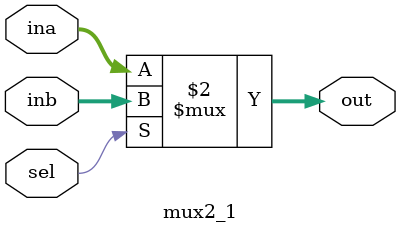
<source format=v>
module mux2_1(input [31:0] ina, inb,
              input sel,
              output [31:0] out);
  
  assign out=(sel==1'b0) ? ina : inb;

endmodule
//////////////////////////////////////////////////////////////////////////////////////////////////////////////

</source>
